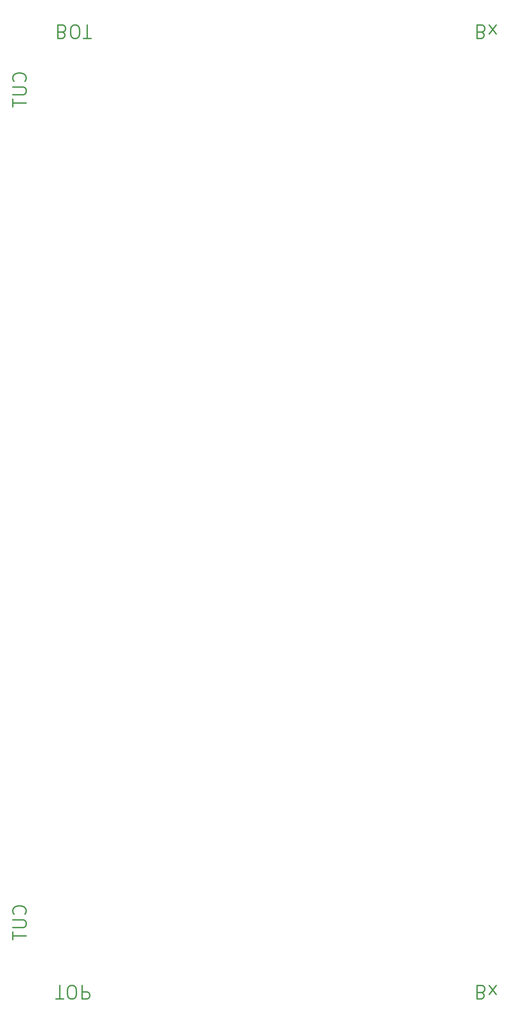
<source format=gbr>
%TF.GenerationSoftware,KiCad,Pcbnew,7.0.1-3b83917a11~172~ubuntu22.04.1*%
%TF.CreationDate,2023-12-10T13:46:59-05:00*%
%TF.ProjectId,coil_template_first,636f696c-5f74-4656-9d70-6c6174655f66,rev?*%
%TF.SameCoordinates,Original*%
%TF.FileFunction,Legend,Bot*%
%TF.FilePolarity,Positive*%
%FSLAX46Y46*%
G04 Gerber Fmt 4.6, Leading zero omitted, Abs format (unit mm)*
G04 Created by KiCad (PCBNEW 7.0.1-3b83917a11~172~ubuntu22.04.1) date 2023-12-10 13:46:59*
%MOMM*%
%LPD*%
G01*
G04 APERTURE LIST*
%ADD10C,2.000000*%
G04 APERTURE END LIST*
D10*
X711428571Y-42923809D02*
X714285714Y-41971428D01*
X714285714Y-41971428D02*
X715238095Y-41019047D01*
X715238095Y-41019047D02*
X716190476Y-39114285D01*
X716190476Y-39114285D02*
X716190476Y-36257142D01*
X716190476Y-36257142D02*
X715238095Y-34352380D01*
X715238095Y-34352380D02*
X714285714Y-33400000D01*
X714285714Y-33400000D02*
X712380952Y-32447619D01*
X712380952Y-32447619D02*
X704761904Y-32447619D01*
X704761904Y-32447619D02*
X704761904Y-52447619D01*
X704761904Y-52447619D02*
X711428571Y-52447619D01*
X711428571Y-52447619D02*
X713333333Y-51495238D01*
X713333333Y-51495238D02*
X714285714Y-50542857D01*
X714285714Y-50542857D02*
X715238095Y-48638095D01*
X715238095Y-48638095D02*
X715238095Y-46733333D01*
X715238095Y-46733333D02*
X714285714Y-44828571D01*
X714285714Y-44828571D02*
X713333333Y-43876190D01*
X713333333Y-43876190D02*
X711428571Y-42923809D01*
X711428571Y-42923809D02*
X704761904Y-42923809D01*
X722857142Y-32447619D02*
X733333333Y-45780952D01*
X722857142Y-45780952D02*
X733333333Y-32447619D01*
X30647619Y-116190476D02*
X31600000Y-115238095D01*
X31600000Y-115238095D02*
X32552380Y-112380952D01*
X32552380Y-112380952D02*
X32552380Y-110476190D01*
X32552380Y-110476190D02*
X31600000Y-107619047D01*
X31600000Y-107619047D02*
X29695238Y-105714285D01*
X29695238Y-105714285D02*
X27790476Y-104761904D01*
X27790476Y-104761904D02*
X23980952Y-103809523D01*
X23980952Y-103809523D02*
X21123809Y-103809523D01*
X21123809Y-103809523D02*
X17314285Y-104761904D01*
X17314285Y-104761904D02*
X15409523Y-105714285D01*
X15409523Y-105714285D02*
X13504761Y-107619047D01*
X13504761Y-107619047D02*
X12552380Y-110476190D01*
X12552380Y-110476190D02*
X12552380Y-112380952D01*
X12552380Y-112380952D02*
X13504761Y-115238095D01*
X13504761Y-115238095D02*
X14457142Y-116190476D01*
X12552380Y-124761904D02*
X28742857Y-124761904D01*
X28742857Y-124761904D02*
X30647619Y-125714285D01*
X30647619Y-125714285D02*
X31600000Y-126666666D01*
X31600000Y-126666666D02*
X32552380Y-128571428D01*
X32552380Y-128571428D02*
X32552380Y-132380952D01*
X32552380Y-132380952D02*
X31600000Y-134285714D01*
X31600000Y-134285714D02*
X30647619Y-135238095D01*
X30647619Y-135238095D02*
X28742857Y-136190476D01*
X28742857Y-136190476D02*
X12552380Y-136190476D01*
X12552380Y-142857142D02*
X12552380Y-154285714D01*
X32552380Y-148571428D02*
X12552380Y-148571428D01*
X86428571Y-42923809D02*
X89285714Y-41971428D01*
X89285714Y-41971428D02*
X90238095Y-41019047D01*
X90238095Y-41019047D02*
X91190476Y-39114285D01*
X91190476Y-39114285D02*
X91190476Y-36257142D01*
X91190476Y-36257142D02*
X90238095Y-34352380D01*
X90238095Y-34352380D02*
X89285714Y-33400000D01*
X89285714Y-33400000D02*
X87380952Y-32447619D01*
X87380952Y-32447619D02*
X79761904Y-32447619D01*
X79761904Y-32447619D02*
X79761904Y-52447619D01*
X79761904Y-52447619D02*
X86428571Y-52447619D01*
X86428571Y-52447619D02*
X88333333Y-51495238D01*
X88333333Y-51495238D02*
X89285714Y-50542857D01*
X89285714Y-50542857D02*
X90238095Y-48638095D01*
X90238095Y-48638095D02*
X90238095Y-46733333D01*
X90238095Y-46733333D02*
X89285714Y-44828571D01*
X89285714Y-44828571D02*
X88333333Y-43876190D01*
X88333333Y-43876190D02*
X86428571Y-42923809D01*
X86428571Y-42923809D02*
X79761904Y-42923809D01*
X103571428Y-52447619D02*
X107380952Y-52447619D01*
X107380952Y-52447619D02*
X109285714Y-51495238D01*
X109285714Y-51495238D02*
X111190476Y-49590476D01*
X111190476Y-49590476D02*
X112142857Y-45780952D01*
X112142857Y-45780952D02*
X112142857Y-39114285D01*
X112142857Y-39114285D02*
X111190476Y-35304761D01*
X111190476Y-35304761D02*
X109285714Y-33400000D01*
X109285714Y-33400000D02*
X107380952Y-32447619D01*
X107380952Y-32447619D02*
X103571428Y-32447619D01*
X103571428Y-32447619D02*
X101666666Y-33400000D01*
X101666666Y-33400000D02*
X99761904Y-35304761D01*
X99761904Y-35304761D02*
X98809523Y-39114285D01*
X98809523Y-39114285D02*
X98809523Y-45780952D01*
X98809523Y-45780952D02*
X99761904Y-49590476D01*
X99761904Y-49590476D02*
X101666666Y-51495238D01*
X101666666Y-51495238D02*
X103571428Y-52447619D01*
X117857142Y-52447619D02*
X129285714Y-52447619D01*
X123571428Y-32447619D02*
X123571428Y-52447619D01*
X76904761Y-1482447619D02*
X88333333Y-1482447619D01*
X82619047Y-1462447619D02*
X82619047Y-1482447619D01*
X98809523Y-1482447619D02*
X102619047Y-1482447619D01*
X102619047Y-1482447619D02*
X104523809Y-1481495238D01*
X104523809Y-1481495238D02*
X106428571Y-1479590476D01*
X106428571Y-1479590476D02*
X107380952Y-1475780952D01*
X107380952Y-1475780952D02*
X107380952Y-1469114285D01*
X107380952Y-1469114285D02*
X106428571Y-1465304761D01*
X106428571Y-1465304761D02*
X104523809Y-1463400000D01*
X104523809Y-1463400000D02*
X102619047Y-1462447619D01*
X102619047Y-1462447619D02*
X98809523Y-1462447619D01*
X98809523Y-1462447619D02*
X96904761Y-1463400000D01*
X96904761Y-1463400000D02*
X94999999Y-1465304761D01*
X94999999Y-1465304761D02*
X94047618Y-1469114285D01*
X94047618Y-1469114285D02*
X94047618Y-1475780952D01*
X94047618Y-1475780952D02*
X94999999Y-1479590476D01*
X94999999Y-1479590476D02*
X96904761Y-1481495238D01*
X96904761Y-1481495238D02*
X98809523Y-1482447619D01*
X115952380Y-1462447619D02*
X115952380Y-1482447619D01*
X115952380Y-1482447619D02*
X123571428Y-1482447619D01*
X123571428Y-1482447619D02*
X125476190Y-1481495238D01*
X125476190Y-1481495238D02*
X126428571Y-1480542857D01*
X126428571Y-1480542857D02*
X127380952Y-1478638095D01*
X127380952Y-1478638095D02*
X127380952Y-1475780952D01*
X127380952Y-1475780952D02*
X126428571Y-1473876190D01*
X126428571Y-1473876190D02*
X125476190Y-1472923809D01*
X125476190Y-1472923809D02*
X123571428Y-1471971428D01*
X123571428Y-1471971428D02*
X115952380Y-1471971428D01*
X30647619Y-1356190476D02*
X31600000Y-1355238095D01*
X31600000Y-1355238095D02*
X32552380Y-1352380952D01*
X32552380Y-1352380952D02*
X32552380Y-1350476190D01*
X32552380Y-1350476190D02*
X31600000Y-1347619047D01*
X31600000Y-1347619047D02*
X29695238Y-1345714285D01*
X29695238Y-1345714285D02*
X27790476Y-1344761904D01*
X27790476Y-1344761904D02*
X23980952Y-1343809523D01*
X23980952Y-1343809523D02*
X21123809Y-1343809523D01*
X21123809Y-1343809523D02*
X17314285Y-1344761904D01*
X17314285Y-1344761904D02*
X15409523Y-1345714285D01*
X15409523Y-1345714285D02*
X13504761Y-1347619047D01*
X13504761Y-1347619047D02*
X12552380Y-1350476190D01*
X12552380Y-1350476190D02*
X12552380Y-1352380952D01*
X12552380Y-1352380952D02*
X13504761Y-1355238095D01*
X13504761Y-1355238095D02*
X14457142Y-1356190476D01*
X12552380Y-1364761904D02*
X28742857Y-1364761904D01*
X28742857Y-1364761904D02*
X30647619Y-1365714285D01*
X30647619Y-1365714285D02*
X31600000Y-1366666666D01*
X31600000Y-1366666666D02*
X32552380Y-1368571428D01*
X32552380Y-1368571428D02*
X32552380Y-1372380952D01*
X32552380Y-1372380952D02*
X31600000Y-1374285714D01*
X31600000Y-1374285714D02*
X30647619Y-1375238095D01*
X30647619Y-1375238095D02*
X28742857Y-1376190476D01*
X28742857Y-1376190476D02*
X12552380Y-1376190476D01*
X12552380Y-1382857142D02*
X12552380Y-1394285714D01*
X32552380Y-1388571428D02*
X12552380Y-1388571428D01*
X711428571Y-1472923809D02*
X714285714Y-1471971428D01*
X714285714Y-1471971428D02*
X715238095Y-1471019047D01*
X715238095Y-1471019047D02*
X716190476Y-1469114285D01*
X716190476Y-1469114285D02*
X716190476Y-1466257142D01*
X716190476Y-1466257142D02*
X715238095Y-1464352380D01*
X715238095Y-1464352380D02*
X714285714Y-1463400000D01*
X714285714Y-1463400000D02*
X712380952Y-1462447619D01*
X712380952Y-1462447619D02*
X704761904Y-1462447619D01*
X704761904Y-1462447619D02*
X704761904Y-1482447619D01*
X704761904Y-1482447619D02*
X711428571Y-1482447619D01*
X711428571Y-1482447619D02*
X713333333Y-1481495238D01*
X713333333Y-1481495238D02*
X714285714Y-1480542857D01*
X714285714Y-1480542857D02*
X715238095Y-1478638095D01*
X715238095Y-1478638095D02*
X715238095Y-1476733333D01*
X715238095Y-1476733333D02*
X714285714Y-1474828571D01*
X714285714Y-1474828571D02*
X713333333Y-1473876190D01*
X713333333Y-1473876190D02*
X711428571Y-1472923809D01*
X711428571Y-1472923809D02*
X704761904Y-1472923809D01*
X722857142Y-1462447619D02*
X733333333Y-1475780952D01*
X722857142Y-1475780952D02*
X733333333Y-1462447619D01*
M02*

</source>
